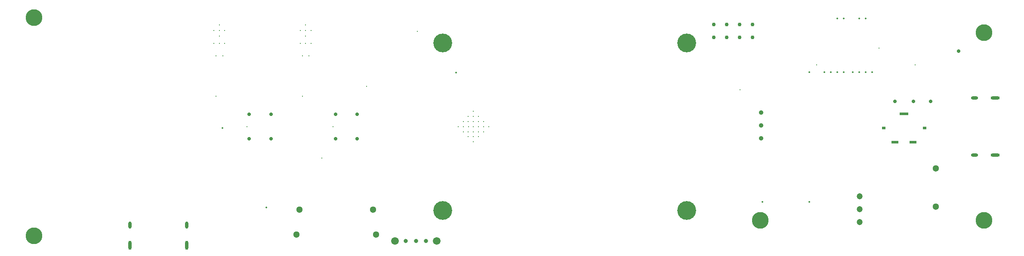
<source format=gbr>
%TF.GenerationSoftware,Altium Limited,Altium Designer,22.4.2 (48)*%
G04 Layer_Color=0*
%FSLAX26Y26*%
%MOIN*%
%TF.SameCoordinates,8C98EB32-1E12-42CD-A60B-9DA89663A72C*%
%TF.FilePolarity,Positive*%
%TF.FileFunction,Plated,1,8,PTH,Drill*%
%TF.Part,Single*%
G01*
G75*
%TA.AperFunction,ComponentDrill*%
%ADD202C,0.047244*%
%ADD203O,0.070866X0.023622*%
%ADD204O,0.055118X0.023622*%
%ADD205O,0.055118X0.023622*%
%ADD206R,0.055118X0.019685*%
%ADD207R,0.070866X0.019685*%
%ADD208R,0.031496X0.019685*%
%ADD209C,0.027559*%
%ADD210C,0.035433*%
%ADD211C,0.051181*%
%ADD212C,0.031496*%
%ADD213C,0.059055*%
%ADD214C,0.129921*%
%ADD215C,0.051181*%
%ADD216C,0.145669*%
%ADD217C,0.030000*%
%ADD218O,0.023622X0.070866*%
%ADD219O,0.023622X0.055118*%
%ADD220O,0.023622X0.055118*%
%TA.AperFunction,ViaDrill,NotFilled*%
%ADD221C,0.007874*%
%ADD222C,0.003937*%
%ADD223C,0.013780*%
%ADD224C,0.028000*%
%ADD225C,0.011811*%
D202*
X8897638Y2412992D02*
D03*
Y2312992D02*
D03*
Y2212992D02*
D03*
D203*
X9946850Y2731496D02*
D03*
Y3174016D02*
D03*
D204*
X9789370Y2731496D02*
D03*
D205*
Y3174016D02*
D03*
D206*
X9173228Y2832677D02*
D03*
X9311024D02*
D03*
D207*
X9242126Y3053150D02*
D03*
D208*
X9084252Y2942913D02*
D03*
X9400000D02*
D03*
D209*
X4836614Y3047244D02*
D03*
Y2858268D02*
D03*
X5005905D02*
D03*
Y3047244D02*
D03*
X4167323D02*
D03*
Y2858268D02*
D03*
X4336614D02*
D03*
Y3047244D02*
D03*
D210*
X8135827Y2862599D02*
D03*
Y2962599D02*
D03*
Y3062599D02*
D03*
D211*
X9488189Y2627953D02*
D03*
Y2332677D02*
D03*
D212*
X5539370Y2066929D02*
D03*
X5460630D02*
D03*
X5381890D02*
D03*
D213*
X5299213D02*
D03*
X5622047D02*
D03*
D214*
X9862205Y3681102D02*
D03*
X8129921Y2224409D02*
D03*
X2500000Y2106299D02*
D03*
Y3799213D02*
D03*
X9862205Y2224409D02*
D03*
D215*
X4533465Y2114173D02*
D03*
X4557087Y2307087D02*
D03*
X5151575Y2114173D02*
D03*
X5127953Y2307087D02*
D03*
D216*
X5669291Y3602362D02*
D03*
X7559055Y2303150D02*
D03*
Y3602362D02*
D03*
X5669291Y2303150D02*
D03*
D217*
X8067717Y3646850D02*
D03*
Y3746850D02*
D03*
X7767717D02*
D03*
Y3646850D02*
D03*
X7867717D02*
D03*
Y3746850D02*
D03*
X7967717Y3646850D02*
D03*
Y3746850D02*
D03*
D218*
X3243307Y2031496D02*
D03*
X3685827D02*
D03*
D219*
X3243307Y2188976D02*
D03*
D220*
X3685827D02*
D03*
D221*
X4563976Y3600000D02*
D03*
X4648622D02*
D03*
X4606299D02*
D03*
X4563976Y3699409D02*
D03*
X4648622D02*
D03*
X4606299Y3655709D02*
D03*
Y3743110D02*
D03*
Y3699409D02*
D03*
X3894685Y3600000D02*
D03*
X3979331D02*
D03*
X3937008D02*
D03*
X3894685Y3699409D02*
D03*
X3979331D02*
D03*
X3937008Y3655709D02*
D03*
Y3743110D02*
D03*
Y3699409D02*
D03*
X5078740Y3263780D02*
D03*
X3963583Y3502953D02*
D03*
X4632874D02*
D03*
X3911417Y3189961D02*
D03*
Y3502953D02*
D03*
X4580709D02*
D03*
Y3189961D02*
D03*
X4150422Y2952756D02*
D03*
X4819713D02*
D03*
X8563976Y3431102D02*
D03*
X9329724D02*
D03*
X9047244Y3562992D02*
D03*
X5472441Y3692913D02*
D03*
X4732283Y2708661D02*
D03*
D222*
X8739173Y2638780D02*
D03*
X9228346Y3606299D02*
D03*
X9212598Y3559055D02*
D03*
X8764764Y2990157D02*
D03*
X9228346Y3590551D02*
D03*
X8709646Y2811024D02*
D03*
X3929134Y3811024D02*
D03*
X3904528D02*
D03*
X4573819D02*
D03*
X4598425D02*
D03*
X4501968Y3706693D02*
D03*
X3832677Y3742126D02*
D03*
X3832677Y3724409D02*
D03*
X3832677Y3706693D02*
D03*
X4501968Y3724409D02*
D03*
X4501968Y3742126D02*
D03*
X4370079Y2952756D02*
D03*
X5039370D02*
D03*
X5042322Y3002953D02*
D03*
Y3020669D02*
D03*
X4790353Y2999410D02*
D03*
Y3017126D02*
D03*
X5049802Y2845472D02*
D03*
X5067519D02*
D03*
X4915353Y2747441D02*
D03*
Y2765157D02*
D03*
X4246063D02*
D03*
Y2747441D02*
D03*
X4398229Y2845472D02*
D03*
X4380512D02*
D03*
X4121063Y3017126D02*
D03*
Y2999410D02*
D03*
X4373032Y3020669D02*
D03*
Y3002953D02*
D03*
X5267275Y2973258D02*
D03*
Y2991308D02*
D03*
Y2914203D02*
D03*
Y2932253D02*
D03*
X4597984D02*
D03*
Y2914203D02*
D03*
Y2991308D02*
D03*
Y2973258D02*
D03*
X6511811Y2380905D02*
D03*
X9606299Y3001968D02*
D03*
X9694882Y2982284D02*
D03*
X9606299Y2903543D02*
D03*
X9577756Y2923228D02*
D03*
X5905512Y2726378D02*
D03*
X5679134Y2952756D02*
D03*
X5834414Y2748263D02*
D03*
X9212598Y3590551D02*
D03*
X9259843Y3606299D02*
D03*
X9228346Y3574803D02*
D03*
X9161417D02*
D03*
X6574803Y3531201D02*
D03*
X6590551Y3506890D02*
D03*
X6484252Y3719488D02*
D03*
X8590551Y3685039D02*
D03*
X8811024D02*
D03*
X9041339D02*
D03*
X9113189Y3737205D02*
D03*
X6684055Y2977362D02*
D03*
X6161417Y3728347D02*
D03*
X7303150Y2901575D02*
D03*
X7397638Y2826772D02*
D03*
X6031496Y3106299D02*
D03*
X6970000Y2830000D02*
D03*
X7260000Y3000000D02*
D03*
X7040000Y2900000D02*
D03*
X6622047Y2760827D02*
D03*
X6572047D02*
D03*
X6522441D02*
D03*
X6572047Y2898622D02*
D03*
X6522441D02*
D03*
X6472441Y2898622D02*
D03*
X6173228Y2866142D02*
D03*
X6200787Y2893701D02*
D03*
X6214567Y2907480D02*
D03*
X6187008Y2879921D02*
D03*
X9338583Y3543307D02*
D03*
X9090551Y3197835D02*
D03*
X9065945Y3178150D02*
D03*
X9654528Y2952756D02*
D03*
X9242126Y2834646D02*
D03*
X6897638Y2414370D02*
D03*
X5374016Y2610236D02*
D03*
Y2574803D02*
D03*
X6527559Y2175197D02*
D03*
Y2279528D02*
D03*
X9284449Y3562992D02*
D03*
Y3586614D02*
D03*
X9259843Y3559055D02*
D03*
X6353346Y3149606D02*
D03*
Y3070866D02*
D03*
Y2992126D02*
D03*
Y2913386D02*
D03*
X6294291Y2829724D02*
D03*
X6941929Y2236220D02*
D03*
X9192913Y2868110D02*
D03*
X2858268Y3067913D02*
D03*
X6120079Y3622047D02*
D03*
X2791339Y3181102D02*
D03*
Y3102362D02*
D03*
X6149606Y3498032D02*
D03*
X6763779Y3784449D02*
D03*
X2429134Y3023622D02*
D03*
X9228346Y3527559D02*
D03*
X6248032Y3417323D02*
D03*
X9090551Y3342520D02*
D03*
X9212599Y2979331D02*
D03*
X9066929Y3342520D02*
D03*
X9271654Y2906496D02*
D03*
X6448819Y3523622D02*
D03*
X3114173Y3078740D02*
D03*
X6346457Y3720472D02*
D03*
X6448819D02*
D03*
X6425197D02*
D03*
X6401575D02*
D03*
X6377953D02*
D03*
X6468504Y3885827D02*
D03*
Y3464567D02*
D03*
X6182395Y3728347D02*
D03*
X6196850Y3523622D02*
D03*
X6204724Y3728347D02*
D03*
X6228346D02*
D03*
X6212598Y3500000D02*
D03*
X6228346Y3480315D02*
D03*
X6098425Y3669291D02*
D03*
X6017618Y2186024D02*
D03*
X5998917D02*
D03*
X3473819Y2304134D02*
D03*
X3455118D02*
D03*
X6009785Y2781438D02*
D03*
X5734194Y2848483D02*
D03*
X5976610Y3157249D02*
D03*
X6010016Y3123842D02*
D03*
X6110004Y2881658D02*
D03*
X6076598Y2848251D02*
D03*
X6043191Y2814845D02*
D03*
X5801007Y2781670D02*
D03*
X5767601Y2815077D02*
D03*
X5700787Y2881890D02*
D03*
X5701019Y3023854D02*
D03*
X5734426Y3057260D02*
D03*
X5767832Y3090667D02*
D03*
X5801239Y3124074D02*
D03*
X5834646Y3157480D02*
D03*
X6310482Y3523622D02*
D03*
X6287402D02*
D03*
X6311024Y3811024D02*
D03*
X6511811Y2096004D02*
D03*
X6061024Y2329724D02*
D03*
X6057087Y2236220D02*
D03*
X9259843Y3543307D02*
D03*
X9285710Y3521930D02*
D03*
X9244094Y3559055D02*
D03*
Y3496063D02*
D03*
X9228346Y3543307D02*
D03*
X9165354Y3492126D02*
D03*
X9204724D02*
D03*
X9244094Y3543307D02*
D03*
X9161417Y3594488D02*
D03*
X9196850Y3574803D02*
D03*
X9251083Y2912204D02*
D03*
X9233366D02*
D03*
D223*
X8725787Y3793307D02*
D03*
X8509843Y2368110D02*
D03*
X8946260Y3793307D02*
D03*
X8896260D02*
D03*
X8775787D02*
D03*
X8995472Y3375000D02*
D03*
X8945472D02*
D03*
X8895472D02*
D03*
X8845472D02*
D03*
X8509843D02*
D03*
X8625000D02*
D03*
X8675000D02*
D03*
X8775000D02*
D03*
X8725000D02*
D03*
X3960630Y2941929D02*
D03*
X8145669Y2367126D02*
D03*
X5770669Y3372047D02*
D03*
X4303150Y2325787D02*
D03*
D224*
X9173228Y3149606D02*
D03*
X9665354Y3539370D02*
D03*
X9314961Y3149606D02*
D03*
X9448819D02*
D03*
D225*
X7972441Y3240157D02*
D03*
X5866142Y2874016D02*
D03*
X5826772Y2913386D02*
D03*
X5866142D02*
D03*
X5826772Y2992126D02*
D03*
X5866142Y3031496D02*
D03*
Y2992126D02*
D03*
X5984252D02*
D03*
X5944882Y3031496D02*
D03*
Y2992126D02*
D03*
X5984252Y2913386D02*
D03*
X5944882Y2874016D02*
D03*
Y2913386D02*
D03*
X6023622Y2952756D02*
D03*
X5905512Y2834646D02*
D03*
X5788810Y2951348D02*
D03*
X5905512Y3070866D02*
D03*
X5984252Y2952756D02*
D03*
X5905512Y2874016D02*
D03*
X5826772Y2952756D02*
D03*
X5905512Y3031496D02*
D03*
X5944882Y2952756D02*
D03*
X5905512Y2913386D02*
D03*
X5867109Y2951788D02*
D03*
X5905512Y2992126D02*
D03*
Y2952756D02*
D03*
%TF.MD5,92a97160f8ba4204da6c97453de1183b*%
M02*

</source>
